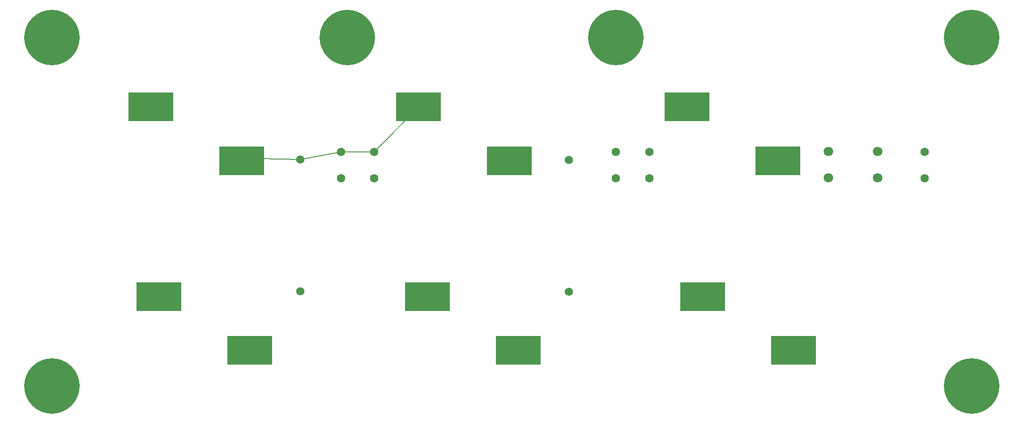
<source format=gbr>
%TF.GenerationSoftware,KiCad,Pcbnew,7.0.7*%
%TF.CreationDate,2023-10-16T15:11:45+02:00*%
%TF.ProjectId,GradientAmplifierFilter_V3,47726164-6965-46e7-9441-6d706c696669,rev?*%
%TF.SameCoordinates,Original*%
%TF.FileFunction,Copper,L1,Top*%
%TF.FilePolarity,Positive*%
%FSLAX46Y46*%
G04 Gerber Fmt 4.6, Leading zero omitted, Abs format (unit mm)*
G04 Created by KiCad (PCBNEW 7.0.7) date 2023-10-16 15:11:45*
%MOMM*%
%LPD*%
G01*
G04 APERTURE LIST*
%TA.AperFunction,NonConductor*%
%ADD10C,0.200000*%
%TD*%
%TA.AperFunction,ComponentPad*%
%ADD11C,1.600000*%
%TD*%
%TA.AperFunction,ComponentPad*%
%ADD12C,1.800000*%
%TD*%
%TA.AperFunction,ComponentPad*%
%ADD13C,1.575000*%
%TD*%
%TA.AperFunction,ComponentPad*%
%ADD14C,10.500000*%
%TD*%
%TA.AperFunction,ComponentPad*%
%ADD15R,8.500000X5.500000*%
%TD*%
G04 APERTURE END LIST*
D10*
X92710000Y-81480000D02*
X100360000Y-80050000D01*
X100360000Y-80050000D02*
X106680000Y-80050000D01*
X81280000Y-81280000D02*
X92710000Y-81480000D01*
X115570000Y-71120000D02*
X106680000Y-80050000D01*
X106680000Y-80050000D02*
X115570000Y-71120000D01*
D11*
%TO.P,C3,1*%
%TO.N,Net-(C1-Pad1)*%
X100360000Y-80050000D03*
%TO.P,C3,2*%
%TO.N,Net-(C1-Pad2)*%
X100360000Y-85050000D03*
%TD*%
D12*
%TO.P,C8,1*%
%TO.N,Net-(C7-Pad1)*%
X192610000Y-80010000D03*
%TO.P,C8,2*%
%TO.N,Net-(C7-Pad2)*%
X192610000Y-85010000D03*
%TD*%
D13*
%TO.P,C1,1*%
%TO.N,Net-(C1-Pad1)*%
X92710000Y-81480000D03*
%TO.P,C1,2*%
%TO.N,Net-(C1-Pad2)*%
X92710000Y-106480000D03*
%TD*%
D11*
%TO.P,C2,1*%
%TO.N,Net-(C1-Pad1)*%
X106680000Y-80050000D03*
%TO.P,C2,2*%
%TO.N,Net-(C1-Pad2)*%
X106680000Y-85050000D03*
%TD*%
D14*
%TO.P,H5,1,1*%
%TO.N,Net-(C7-Pad1)*%
X219710000Y-58420000D03*
%TD*%
D11*
%TO.P,C9,1*%
%TO.N,Net-(C7-Pad1)*%
X210820000Y-80050000D03*
%TO.P,C9,2*%
%TO.N,Net-(C7-Pad2)*%
X210820000Y-85050000D03*
%TD*%
D15*
%TO.P,L2,1*%
%TO.N,Net-(C1-Pad2)*%
X83060000Y-117680000D03*
%TO.P,L2,2*%
%TO.N,Net-(H2-Pad1)*%
X65910000Y-107480000D03*
%TD*%
D11*
%TO.P,C5,1*%
%TO.N,Net-(C4-Pad1)*%
X158750000Y-80050000D03*
%TO.P,C5,2*%
%TO.N,Net-(C4-Pad2)*%
X158750000Y-85050000D03*
%TD*%
D15*
%TO.P,L5,1*%
%TO.N,Net-(C4-Pad1)*%
X165860000Y-71550000D03*
%TO.P,L5,2*%
%TO.N,Net-(C7-Pad1)*%
X183010000Y-81750000D03*
%TD*%
D11*
%TO.P,C6,1*%
%TO.N,Net-(C4-Pad1)*%
X152400000Y-80050000D03*
%TO.P,C6,2*%
%TO.N,Net-(C4-Pad2)*%
X152400000Y-85050000D03*
%TD*%
D15*
%TO.P,L6,1*%
%TO.N,Net-(C7-Pad2)*%
X185930000Y-117680000D03*
%TO.P,L6,2*%
%TO.N,Net-(C4-Pad2)*%
X168780000Y-107480000D03*
%TD*%
%TO.P,L3,1*%
%TO.N,Net-(C1-Pad1)*%
X115060000Y-71550000D03*
%TO.P,L3,2*%
%TO.N,Net-(C4-Pad1)*%
X132210000Y-81750000D03*
%TD*%
D14*
%TO.P,H6,1,1*%
%TO.N,Net-(C7-Pad2)*%
X219710000Y-124460000D03*
%TD*%
D12*
%TO.P,C7,1*%
%TO.N,Net-(C7-Pad1)*%
X201930000Y-80010000D03*
%TO.P,C7,2*%
%TO.N,Net-(C7-Pad2)*%
X201930000Y-85010000D03*
%TD*%
D13*
%TO.P,C4,1*%
%TO.N,Net-(C4-Pad1)*%
X143510000Y-81575000D03*
%TO.P,C4,2*%
%TO.N,Net-(C4-Pad2)*%
X143510000Y-106575000D03*
%TD*%
D14*
%TO.P,H4,1,1*%
%TO.N,Net-(C4-Pad1)*%
X152400000Y-58420000D03*
%TD*%
D15*
%TO.P,L4,1*%
%TO.N,Net-(C4-Pad2)*%
X133860000Y-117680000D03*
%TO.P,L4,2*%
%TO.N,Net-(C1-Pad2)*%
X116710000Y-107480000D03*
%TD*%
D14*
%TO.P,H1,1,1*%
%TO.N,Net-(H1-Pad1)*%
X45720000Y-58420000D03*
%TD*%
%TO.P,H2,1,1*%
%TO.N,Net-(H2-Pad1)*%
X45720000Y-124460000D03*
%TD*%
%TO.P,H3,1,1*%
%TO.N,Net-(C1-Pad1)*%
X101600000Y-58420000D03*
%TD*%
D15*
%TO.P,L1,1*%
%TO.N,Net-(H1-Pad1)*%
X64390000Y-71550000D03*
%TO.P,L1,2*%
%TO.N,Net-(C1-Pad1)*%
X81540000Y-81750000D03*
%TD*%
M02*

</source>
